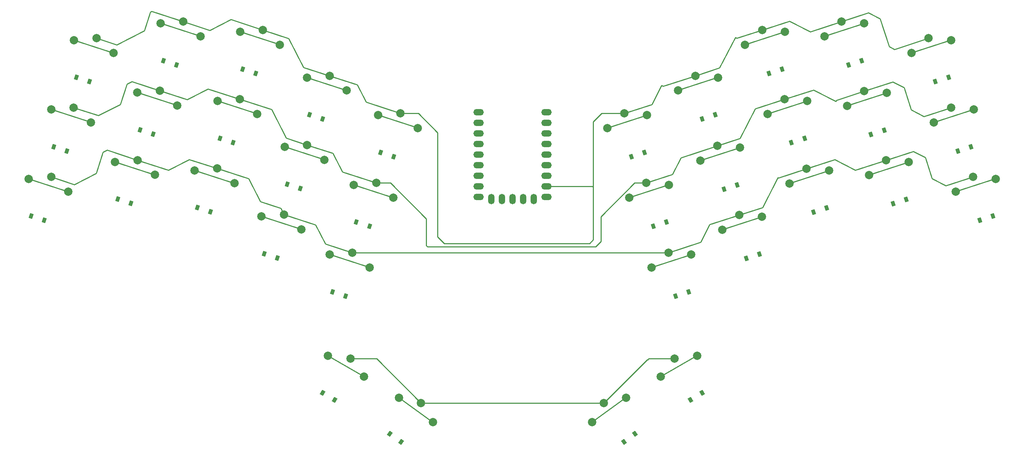
<source format=gbr>
%TF.GenerationSoftware,KiCad,Pcbnew,(6.0.7-1)-1*%
%TF.CreationDate,2023-02-18T17:29:48+08:00*%
%TF.ProjectId,karp2040,6b617270-3230-4343-902e-6b696361645f,rev?*%
%TF.SameCoordinates,Original*%
%TF.FileFunction,Copper,L2,Bot*%
%TF.FilePolarity,Positive*%
%FSLAX46Y46*%
G04 Gerber Fmt 4.6, Leading zero omitted, Abs format (unit mm)*
G04 Created by KiCad (PCBNEW (6.0.7-1)-1) date 2023-02-18 17:29:48*
%MOMM*%
%LPD*%
G01*
G04 APERTURE LIST*
G04 Aperture macros list*
%AMRotRect*
0 Rectangle, with rotation*
0 The origin of the aperture is its center*
0 $1 length*
0 $2 width*
0 $3 Rotation angle, in degrees counterclockwise*
0 Add horizontal line*
21,1,$1,$2,0,0,$3*%
%AMFreePoly0*
4,1,15,10.036070,0.121770,10.096138,0.082984,10.125733,0.017894,10.115473,-0.052868,10.068611,-0.106872,10.000000,-0.127000,0.000000,-0.127000,-0.036070,-0.121770,-0.096138,-0.082984,-0.125733,-0.017894,-0.115473,0.052867,-0.068611,0.106872,0.000000,0.127000,10.000000,0.127000,10.036070,0.121770,10.036070,0.121770,$1*%
G04 Aperture macros list end*
%TA.AperFunction,ComponentPad*%
%ADD10O,2.500000X1.500000*%
%TD*%
%TA.AperFunction,ComponentPad*%
%ADD11O,1.500000X2.500000*%
%TD*%
%TA.AperFunction,ComponentPad*%
%ADD12C,2.000000*%
%TD*%
%TA.AperFunction,ComponentPad*%
%ADD13RotRect,0.900000X1.200000X324.000000*%
%TD*%
%TA.AperFunction,SMDPad,CuDef*%
%ADD14FreePoly0,324.000000*%
%TD*%
%TA.AperFunction,ComponentPad*%
%ADD15RotRect,0.900000X1.200000X18.000000*%
%TD*%
%TA.AperFunction,SMDPad,CuDef*%
%ADD16FreePoly0,18.000000*%
%TD*%
%TA.AperFunction,ComponentPad*%
%ADD17RotRect,0.900000X1.200000X342.000000*%
%TD*%
%TA.AperFunction,SMDPad,CuDef*%
%ADD18FreePoly0,342.000000*%
%TD*%
%TA.AperFunction,ComponentPad*%
%ADD19RotRect,0.900000X1.200000X30.000000*%
%TD*%
%TA.AperFunction,SMDPad,CuDef*%
%ADD20FreePoly0,30.000000*%
%TD*%
%TA.AperFunction,ComponentPad*%
%ADD21RotRect,0.900000X1.200000X330.000000*%
%TD*%
%TA.AperFunction,SMDPad,CuDef*%
%ADD22FreePoly0,330.000000*%
%TD*%
%TA.AperFunction,ComponentPad*%
%ADD23RotRect,0.900000X1.200000X36.000000*%
%TD*%
%TA.AperFunction,SMDPad,CuDef*%
%ADD24FreePoly0,36.000000*%
%TD*%
%TA.AperFunction,Conductor*%
%ADD25C,0.250000*%
%TD*%
G04 APERTURE END LIST*
D10*
%TO.P,U1,1,0*%
%TO.N,unconnected-(U1-Pad1)*%
X301380994Y126444726D03*
%TO.P,U1,2,1*%
%TO.N,unconnected-(U1-Pad2)*%
X301380994Y123904726D03*
%TO.P,U1,3,2*%
%TO.N,unconnected-(U1-Pad3)*%
X301380994Y121364726D03*
%TO.P,U1,4,3*%
%TO.N,unconnected-(U1-Pad4)*%
X301380994Y118824726D03*
%TO.P,U1,5,4*%
%TO.N,/C7*%
X301380994Y116284726D03*
%TO.P,U1,6,5*%
%TO.N,/C6*%
X301380994Y113744726D03*
%TO.P,U1,7,6*%
%TO.N,unconnected-(U1-Pad7)*%
X301380994Y111204726D03*
%TO.P,U1,8,7*%
%TO.N,/R1*%
X301380994Y108664726D03*
%TO.P,U1,9,8*%
%TO.N,/C8*%
X301380994Y106124726D03*
D11*
%TO.P,U1,10,9*%
%TO.N,/C9*%
X298340994Y105624726D03*
%TO.P,U1,11,10*%
%TO.N,/C10*%
X295800994Y105624726D03*
%TO.P,U1,12,11*%
%TO.N,unconnected-(U1-Pad12)*%
X293260994Y105624726D03*
%TO.P,U1,13,12*%
%TO.N,/C1*%
X290720994Y105624726D03*
%TO.P,U1,14,13*%
%TO.N,/C2*%
X288180994Y105624726D03*
D10*
%TO.P,U1,15,14*%
%TO.N,/R4*%
X285140994Y106124726D03*
%TO.P,U1,16,15*%
%TO.N,/R3*%
X285140994Y108664726D03*
%TO.P,U1,17,26*%
%TO.N,/R2*%
X285140994Y111204726D03*
%TO.P,U1,18,27*%
%TO.N,/C5*%
X285140994Y113744726D03*
%TO.P,U1,19,28*%
%TO.N,/C4*%
X285140994Y116284726D03*
%TO.P,U1,20,29*%
%TO.N,/C3*%
X285140994Y118824726D03*
%TO.P,U1,21,3V3*%
%TO.N,unconnected-(U1-Pad21)*%
X285140994Y121364726D03*
%TO.P,U1,22,GND*%
%TO.N,unconnected-(U1-Pad22)*%
X285140994Y123904726D03*
%TO.P,U1,23,5V*%
%TO.N,unconnected-(U1-Pad23)*%
X285140994Y126444726D03*
%TD*%
D12*
%TO.P,K8,1*%
%TO.N,/R4*%
X271373961Y56698503D03*
D13*
%TO.P,K8,2*%
%TO.N,/C2*%
X263926116Y49254572D03*
%TO.P,K8,3*%
%TO.N,N/C*%
X266595872Y47314880D03*
D12*
X266094527Y57938493D03*
D14*
X266094527Y57938493D03*
D12*
X274184697Y52060641D03*
%TD*%
%TO.P,K28,1*%
%TO.N,/R3*%
X363667342Y112877028D03*
D15*
%TO.P,K28,2*%
%TO.N,/C8*%
X365311876Y102476162D03*
%TO.P,K28,3*%
%TO.N,N/C*%
X368450362Y103495918D03*
D16*
X359560995Y109334724D03*
D12*
X359560995Y109334724D03*
X369071561Y112424894D03*
%TD*%
%TO.P,K27,1*%
%TO.N,/R2*%
X358387796Y129545958D03*
D15*
%TO.P,K27,2*%
%TO.N,/C8*%
X360032330Y119145092D03*
D12*
%TO.P,K27,3*%
%TO.N,N/C*%
X363792015Y129093824D03*
D16*
X354281449Y126003654D03*
D15*
X363170816Y120164848D03*
D12*
X354281449Y126003654D03*
%TD*%
%TO.P,K14,1*%
%TO.N,/R3*%
X238584196Y101895959D03*
D17*
%TO.P,K14,2*%
%TO.N,/C4*%
X233801176Y92514849D03*
D12*
%TO.P,K14,3*%
%TO.N,N/C*%
X233179977Y101443825D03*
X242690543Y98353655D03*
D17*
X236939662Y91495093D03*
D18*
X233179977Y101443825D03*
%TD*%
D12*
%TO.P,K19,1*%
%TO.N,/R2*%
X325297219Y109475713D03*
D15*
%TO.P,K19,2*%
%TO.N,/C6*%
X326941753Y99074847D03*
D16*
%TO.P,K19,3*%
%TO.N,N/C*%
X321190872Y105933409D03*
D15*
X330080239Y100094603D03*
D12*
X321190872Y105933409D03*
X330701438Y109023579D03*
%TD*%
%TO.P,K26,1*%
%TO.N,/R1*%
X353047219Y146175712D03*
D15*
%TO.P,K26,2*%
%TO.N,/C8*%
X354691753Y135774846D03*
D12*
%TO.P,K26,3*%
%TO.N,N/C*%
X348940872Y142633408D03*
D15*
X357830239Y136794602D03*
D16*
X348940872Y142633408D03*
D12*
X358451438Y145723578D03*
%TD*%
%TO.P,K17,1*%
%TO.N,/R3*%
X254934197Y92745960D03*
D17*
%TO.P,K17,2*%
%TO.N,/C5*%
X250151177Y83364850D03*
%TO.P,K17,3*%
%TO.N,N/C*%
X253289663Y82345094D03*
D12*
X249529978Y92293826D03*
X259040544Y89203656D03*
D18*
X249529978Y92293826D03*
%TD*%
D12*
%TO.P,K1,1*%
%TO.N,/R1*%
X193674771Y144175712D03*
D17*
%TO.P,K1,2*%
%TO.N,/C1*%
X188891751Y134794602D03*
D12*
%TO.P,K1,3*%
%TO.N,N/C*%
X197781118Y140633408D03*
D18*
X188270552Y143723578D03*
D17*
X192030237Y133774846D03*
D12*
X188270552Y143723578D03*
%TD*%
%TO.P,K3,1*%
%TO.N,/R3*%
X182834196Y110895958D03*
D17*
%TO.P,K3,2*%
%TO.N,/C1*%
X178051176Y101514848D03*
%TO.P,K3,3*%
%TO.N,N/C*%
X181189662Y100495092D03*
D12*
X186940543Y107353654D03*
D18*
X177429977Y110443824D03*
D12*
X177429977Y110443824D03*
%TD*%
%TO.P,K25,1*%
%TO.N,/R4*%
X332060995Y67291389D03*
D19*
%TO.P,K25,2*%
%TO.N,/C10*%
X335832053Y57459725D03*
D12*
%TO.P,K25,3*%
%TO.N,N/C*%
X337441122Y67972736D03*
D20*
X328780868Y62972736D03*
D12*
X328780868Y62972736D03*
D19*
X338689937Y59109725D03*
%TD*%
D12*
%TO.P,K7,1*%
%TO.N,/R3*%
X203534194Y114945960D03*
D17*
%TO.P,K7,2*%
%TO.N,/C2*%
X198751174Y105564850D03*
%TO.P,K7,3*%
%TO.N,N/C*%
X201889660Y104545094D03*
D12*
X207640541Y111403656D03*
X198129975Y114493826D03*
D18*
X198129975Y114493826D03*
%TD*%
D12*
%TO.P,K24,1*%
%TO.N,/R3*%
X347567342Y101777028D03*
D15*
%TO.P,K24,2*%
%TO.N,/C7*%
X349211876Y91376162D03*
%TO.P,K24,3*%
%TO.N,N/C*%
X352350362Y92395918D03*
D12*
X343460995Y98234724D03*
D16*
X343460995Y98234724D03*
D12*
X352971561Y101324894D03*
%TD*%
%TO.P,K23,1*%
%TO.N,/R2*%
X342297219Y118375714D03*
D15*
%TO.P,K23,2*%
%TO.N,/C7*%
X343941753Y107974848D03*
%TO.P,K23,3*%
%TO.N,N/C*%
X347080239Y108994604D03*
D12*
X338190872Y114833410D03*
X347701438Y117923580D03*
D16*
X338190872Y114833410D03*
%TD*%
D12*
%TO.P,K22,1*%
%TO.N,/R1*%
X337047219Y135175712D03*
D15*
%TO.P,K22,2*%
%TO.N,/C7*%
X338691753Y124774846D03*
%TO.P,K22,3*%
%TO.N,N/C*%
X341830239Y125794602D03*
D16*
X332940872Y131633408D03*
D12*
X342451438Y134723578D03*
X332940872Y131633408D03*
%TD*%
%TO.P,K31,1*%
%TO.N,/R3*%
X382717342Y114927028D03*
D15*
%TO.P,K31,2*%
%TO.N,/C9*%
X384361876Y104526162D03*
D16*
%TO.P,K31,3*%
%TO.N,N/C*%
X378610995Y111384724D03*
D12*
X388121561Y114474894D03*
D15*
X387500362Y105545918D03*
D12*
X378610995Y111384724D03*
%TD*%
%TO.P,K15,1*%
%TO.N,/R1*%
X266474771Y126175715D03*
D17*
%TO.P,K15,2*%
%TO.N,/C5*%
X261691751Y116794605D03*
%TO.P,K15,3*%
%TO.N,N/C*%
X264830237Y115774849D03*
D18*
X261070552Y125723581D03*
D12*
X270581118Y122633411D03*
X261070552Y125723581D03*
%TD*%
%TO.P,K16,1*%
%TO.N,/R2*%
X260674773Y109475714D03*
D17*
%TO.P,K16,2*%
%TO.N,/C5*%
X255891753Y100094604D03*
D12*
%TO.P,K16,3*%
%TO.N,N/C*%
X264781120Y105933410D03*
D17*
X259030239Y99074848D03*
D18*
X255270554Y109023580D03*
D12*
X255270554Y109023580D03*
%TD*%
%TO.P,K4,1*%
%TO.N,/R4*%
X254460994Y67291389D03*
D21*
%TO.P,K4,2*%
%TO.N,/C1*%
X247832052Y59109725D03*
D22*
%TO.P,K4,3*%
%TO.N,N/C*%
X249080867Y67972736D03*
D21*
X250689936Y57459725D03*
D12*
X249080867Y67972736D03*
X257741121Y62972736D03*
%TD*%
%TO.P,K10,1*%
%TO.N,/R2*%
X228034197Y129545959D03*
D17*
%TO.P,K10,2*%
%TO.N,/C3*%
X223251177Y120164849D03*
%TO.P,K10,3*%
%TO.N,N/C*%
X226389663Y119145093D03*
D12*
X232140544Y126003655D03*
D18*
X222629978Y129093825D03*
D12*
X222629978Y129093825D03*
%TD*%
%TO.P,K29,1*%
%TO.N,/R1*%
X372047218Y148175714D03*
D15*
%TO.P,K29,2*%
%TO.N,/C9*%
X373691752Y137774848D03*
D12*
%TO.P,K29,3*%
%TO.N,N/C*%
X377451437Y147723580D03*
D15*
X376830238Y138794604D03*
D12*
X367940871Y144633410D03*
D16*
X367940871Y144633410D03*
%TD*%
D12*
%TO.P,K13,1*%
%TO.N,/R2*%
X244124771Y118575715D03*
D17*
%TO.P,K13,2*%
%TO.N,/C4*%
X239341751Y109194605D03*
D12*
%TO.P,K13,3*%
%TO.N,N/C*%
X238720552Y118123581D03*
D17*
X242480237Y108174849D03*
D12*
X248231118Y115033411D03*
D18*
X238720552Y118123581D03*
%TD*%
D12*
%TO.P,K12,1*%
%TO.N,/R1*%
X249474771Y135175711D03*
D17*
%TO.P,K12,2*%
%TO.N,/C4*%
X244691751Y125794601D03*
D18*
%TO.P,K12,3*%
%TO.N,N/C*%
X244070552Y134723577D03*
D12*
X244070552Y134723577D03*
D17*
X247830237Y124774845D03*
D12*
X253581118Y131633407D03*
%TD*%
%TO.P,K5,1*%
%TO.N,/R1*%
X214474770Y148175714D03*
D17*
%TO.P,K5,2*%
%TO.N,/C2*%
X209691750Y138794604D03*
D18*
%TO.P,K5,3*%
%TO.N,N/C*%
X209070551Y147723580D03*
D12*
X209070551Y147723580D03*
D17*
X212830236Y137774848D03*
D12*
X218581117Y144633410D03*
%TD*%
%TO.P,K30,1*%
%TO.N,/R2*%
X377437795Y131495958D03*
D15*
%TO.P,K30,2*%
%TO.N,/C9*%
X379082329Y121095092D03*
%TO.P,K30,3*%
%TO.N,N/C*%
X382220815Y122114848D03*
D12*
X373331448Y127953654D03*
X382842014Y131043824D03*
D16*
X373331448Y127953654D03*
%TD*%
D12*
%TO.P,K6,1*%
%TO.N,/R2*%
X208884197Y131595960D03*
D17*
%TO.P,K6,2*%
%TO.N,/C2*%
X204101177Y122214850D03*
D18*
%TO.P,K6,3*%
%TO.N,N/C*%
X203479978Y131143826D03*
D12*
X203479978Y131143826D03*
D17*
X207239663Y121195094D03*
D12*
X212990544Y128053656D03*
%TD*%
%TO.P,K9,1*%
%TO.N,/R1*%
X233474773Y146175715D03*
D17*
%TO.P,K9,2*%
%TO.N,/C3*%
X228691753Y136794605D03*
%TO.P,K9,3*%
%TO.N,N/C*%
X231830239Y135774849D03*
D12*
X237581120Y142633411D03*
X228070554Y145723581D03*
D18*
X228070554Y145723581D03*
%TD*%
D12*
%TO.P,K32,1*%
%TO.N,/R1*%
X392847217Y144175712D03*
D15*
%TO.P,K32,2*%
%TO.N,/C10*%
X394491751Y133774846D03*
D12*
%TO.P,K32,3*%
%TO.N,N/C*%
X398251436Y143723578D03*
D16*
X388740870Y140633408D03*
D12*
X388740870Y140633408D03*
D15*
X397630237Y134794602D03*
%TD*%
D12*
%TO.P,K11,1*%
%TO.N,/R3*%
X222584197Y112945959D03*
D17*
%TO.P,K11,2*%
%TO.N,/C3*%
X217801177Y103564849D03*
D12*
%TO.P,K11,3*%
%TO.N,N/C*%
X226690544Y109403655D03*
X217179978Y112493825D03*
D18*
X217179978Y112493825D03*
D17*
X220939663Y102545093D03*
%TD*%
D12*
%TO.P,K20,1*%
%TO.N,/R3*%
X330637796Y92745959D03*
D15*
%TO.P,K20,2*%
%TO.N,/C6*%
X332282330Y82345093D03*
D12*
%TO.P,K20,3*%
%TO.N,N/C*%
X336042015Y92293825D03*
D16*
X326531449Y89203655D03*
D15*
X335420816Y83364849D03*
D12*
X326531449Y89203655D03*
%TD*%
%TO.P,K18,1*%
%TO.N,/R1*%
X320047218Y126175713D03*
D15*
%TO.P,K18,2*%
%TO.N,/C6*%
X321691752Y115774847D03*
D12*
%TO.P,K18,3*%
%TO.N,N/C*%
X315940871Y122633409D03*
D16*
X315940871Y122633409D03*
D15*
X324830238Y116794603D03*
D12*
X325451437Y125723579D03*
%TD*%
%TO.P,K21,1*%
%TO.N,/R4*%
X315148027Y56698503D03*
D23*
%TO.P,K21,2*%
%TO.N,/C9*%
X319926116Y47314880D03*
D12*
%TO.P,K21,3*%
%TO.N,N/C*%
X320427461Y57938493D03*
X312337291Y52060641D03*
D24*
X312337291Y52060641D03*
D23*
X322595872Y49254572D03*
%TD*%
D12*
%TO.P,K34,1*%
%TO.N,/R3*%
X403487795Y110895959D03*
D15*
%TO.P,K34,2*%
%TO.N,/C10*%
X405132329Y100495093D03*
%TO.P,K34,3*%
%TO.N,N/C*%
X408270815Y101514849D03*
D12*
X399381448Y107353655D03*
D16*
X399381448Y107353655D03*
D12*
X408892014Y110443825D03*
%TD*%
%TO.P,K33,1*%
%TO.N,/R2*%
X398237796Y127545959D03*
D15*
%TO.P,K33,2*%
%TO.N,/C10*%
X399882330Y117145093D03*
D12*
%TO.P,K33,3*%
%TO.N,N/C*%
X403642015Y127093825D03*
D16*
X394131449Y124003655D03*
D12*
X394131449Y124003655D03*
D15*
X403020816Y118164849D03*
%TD*%
D12*
%TO.P,K2,1*%
%TO.N,/R2*%
X188234196Y127545960D03*
D17*
%TO.P,K2,2*%
%TO.N,/C1*%
X183451176Y118164850D03*
D12*
%TO.P,K2,3*%
%TO.N,N/C*%
X192340543Y124003656D03*
X182829977Y127093826D03*
D18*
X182829977Y127093826D03*
D17*
X186589662Y117145094D03*
%TD*%
D25*
%TO.N,/R1*%
X312600000Y124150000D02*
X314625713Y126175713D01*
X329305740Y132660353D02*
X337047220Y135175712D01*
X266474771Y126175715D02*
X270724285Y126175715D01*
X353047219Y146175712D02*
X359587336Y148300725D01*
X378474255Y150263985D02*
X381256286Y148846469D01*
X205133864Y145960244D02*
X206601694Y150477761D01*
X233474773Y146175714D02*
X239704221Y144151645D01*
X372047218Y148175714D02*
X378474255Y150263985D01*
X243246581Y137199373D02*
X249474770Y135175712D01*
X239704221Y144151645D02*
X243246581Y137199373D01*
X275350000Y96550000D02*
X276950000Y94950000D01*
X206908567Y150634121D02*
X214474770Y148175714D01*
X337047220Y135175712D02*
X342829174Y137054383D01*
X346578884Y144413603D02*
X346985837Y144206250D01*
X198533290Y142597084D02*
X205133864Y145960244D01*
X225843045Y148655414D02*
X233474773Y146175714D01*
X381256286Y148846469D02*
X383419405Y142189074D01*
X312600000Y108500000D02*
X312600000Y124150000D01*
X193674770Y144175712D02*
X198533290Y142597084D01*
X342829174Y137054383D02*
X346578884Y144413603D01*
X314625713Y126175713D02*
X320047218Y126175713D01*
X300880994Y108664726D02*
X312435274Y108664726D01*
X312600000Y95850000D02*
X312600000Y108500000D01*
X258208566Y128861566D02*
X266474770Y126175715D01*
X220841545Y146107022D02*
X225843045Y148655414D01*
X214474770Y148175714D02*
X220841545Y146107022D01*
X326630815Y128314853D02*
X328939928Y132846744D01*
X364588830Y145752337D02*
X372047218Y148175714D01*
X276950000Y94950000D02*
X311700000Y94950000D01*
X384709656Y141531658D02*
X392847217Y144175712D01*
X383419405Y142189074D02*
X384709656Y141531658D01*
X359587336Y148300725D02*
X364588830Y145752337D01*
X311700000Y94950000D02*
X312600000Y95850000D01*
X206601694Y150477761D02*
X206908567Y150634121D01*
X320047218Y126175712D02*
X326630815Y128314853D01*
X275350000Y121550000D02*
X275350000Y96550000D01*
X249474770Y135175712D02*
X256085844Y133027643D01*
X328939928Y132846744D02*
X329305740Y132660353D01*
X312435274Y108664726D02*
X312600000Y108500000D01*
X256085844Y133027643D02*
X258208566Y128861566D01*
X270724285Y126175715D02*
X275350000Y121550000D01*
X346985837Y144206250D02*
X353047219Y146175712D01*
%TO.N,/R2*%
X199401599Y128318146D02*
X200977585Y133168533D01*
X351325524Y127251287D02*
X358387796Y129545958D01*
X272650000Y100878817D02*
X272650000Y94450000D01*
X333573994Y115541366D02*
X342297219Y118375714D01*
X228034197Y129545959D02*
X235578469Y127094676D01*
X260674773Y109475714D02*
X264053103Y109475714D01*
X314400000Y101350000D02*
X322525713Y109475713D01*
X365285369Y131787115D02*
X370654385Y129051465D01*
X391758637Y125440752D02*
X398237796Y127545958D01*
X272950000Y94150000D02*
X313150000Y94150000D01*
X347697184Y120130269D02*
X351325524Y127251287D01*
X272650000Y94450000D02*
X272950000Y94150000D01*
X244124771Y118575715D02*
X250259599Y116582387D01*
X386981502Y132358689D02*
X388727448Y126985220D01*
X220343835Y132044709D02*
X228034197Y129545959D01*
X313150000Y94150000D02*
X314400000Y95400000D01*
X322525713Y109475713D02*
X325297219Y109475713D01*
X314400000Y95400000D02*
X314400000Y101350000D01*
X188234196Y127545959D02*
X194127801Y125631012D01*
X264053103Y109475714D02*
X272650000Y100878817D01*
X202171720Y133776976D02*
X208884196Y131595959D01*
X208884196Y131595959D02*
X215343852Y129497091D01*
X194127801Y125631012D02*
X199401599Y128318146D01*
X370801194Y129339595D02*
X377437796Y131495958D01*
X252532666Y112121245D02*
X260674773Y109475713D01*
X235578469Y127094676D02*
X239084686Y120213338D01*
X239084686Y120213338D02*
X244124771Y118575715D01*
X358387796Y129545958D02*
X365285369Y131787115D01*
X331512332Y111495125D02*
X333573994Y115541366D01*
X325297219Y109475713D02*
X331512332Y111495125D01*
X384299233Y133725374D02*
X386981502Y132358689D01*
X200977585Y133168533D02*
X202171720Y133776976D01*
X342297219Y118375714D02*
X347697184Y120130269D01*
X388727448Y126985220D02*
X391758637Y125440752D01*
X215343852Y129497091D02*
X220343835Y132044709D01*
X370654385Y129051465D02*
X370801194Y129339595D01*
X250259599Y116582387D02*
X252532666Y112121245D01*
X377437796Y131495958D02*
X384299233Y133725374D01*
%TO.N,/R3*%
X356930949Y110688241D02*
X363667342Y112877028D01*
X232893955Y105028565D02*
X237800327Y103434388D01*
X230104935Y110502322D02*
X232893955Y105028565D01*
X182834195Y110895958D02*
X188382366Y109093248D01*
X222584197Y112945958D02*
X230104935Y110502322D01*
X393725122Y110471339D02*
X397017687Y108793693D01*
X375349444Y112533053D02*
X382717342Y114927028D01*
X195251169Y116838862D02*
X196207990Y117326387D01*
X330637796Y92745958D02*
X338307375Y95237956D01*
X370388399Y115060832D02*
X375349444Y112533053D01*
X363667342Y112877028D02*
X370388399Y115060832D01*
X392056430Y115607044D02*
X393725122Y110471339D01*
X203534193Y114945959D02*
X210901813Y112552074D01*
X215922779Y115110384D02*
X222584197Y112945958D01*
X193597928Y111750711D02*
X195251169Y116838862D01*
X237800327Y103434388D02*
X238584196Y101895958D01*
X389234869Y117044701D02*
X392056430Y115607044D01*
X356775092Y110767655D02*
X356930949Y110688241D01*
X338307375Y95237956D02*
X340463049Y99468703D01*
X248479941Y94843074D02*
X254934196Y92745958D01*
X397017687Y108793693D02*
X403487795Y110895958D01*
X347567342Y101777028D02*
X353112100Y103578629D01*
X188382366Y109093248D02*
X193597928Y111750711D01*
X340463049Y99468703D02*
X347567342Y101777028D01*
X353112100Y103578629D02*
X356775092Y110767655D01*
X238584196Y101895958D02*
X246136663Y99442014D01*
X246136663Y99442014D02*
X248479941Y94843074D01*
X254934197Y92745960D02*
X330637796Y92745959D01*
X382717342Y114927028D02*
X389234869Y117044701D01*
X196207990Y117326387D02*
X203534193Y114945959D01*
X210901813Y112552074D02*
X215922779Y115110384D01*
%TO.N,/R4*%
X271373961Y56698502D02*
X315148027Y56698502D01*
X325534251Y67084726D02*
X325660995Y67084726D01*
X325660995Y67084726D02*
X325867656Y67291389D01*
X254460994Y67291389D02*
X260781074Y67291389D01*
X325867656Y67291389D02*
X332060996Y67291389D01*
X260781074Y67291389D02*
X271373961Y56698502D01*
X315148027Y56698502D02*
X325534251Y67084726D01*
%TD*%
M02*

</source>
